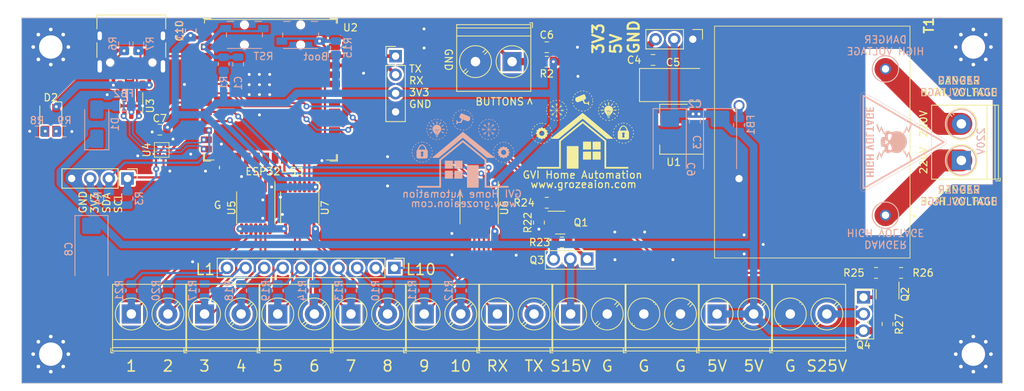
<source format=kicad_pcb>
(kicad_pcb (version 20221018) (generator pcbnew)
  (layers (0 "F.Cu" signal) (31 "B.Cu" signal) (34 "B.Paste" user) (35 "F.Paste" user) (36 "B.SilkS" user "B.Silkscreen") (37 "F.SilkS" user "F.Silkscreen") (38 "B.Mask" user) (39 "F.Mask" user) (44 "Edge.Cuts" user))
  (net 0 "")
  (net 1 "GND")
  (net 2 "+3.3V")
  (net 3 "+5V")
  (net 4 "Net-(T1-DC_OUTPUT_+V)")
  (net 5 "SCL")
  (net 6 "SDA")
  (net 7 "INT")
  (net 9 "USB_D-")
  (net 10 "USB_D+")
  (net 11 "TX1")
  (net 12 "RX1")
  (net 13 "Net-(D1-A)")
  (net 14 "+5VD")
  (net 16 "BOOT")
  (net 22 "O1")
  (net 23 "O2")
  (net 24 "O3")
  (net 25 "O4")
  (net 26 "O5")
  (net 27 "O6")
  (net 28 "O7")
  (net 29 "O8")
  (net 30 "O9")
  (net 31 "O10")
  (net 32 "V1")
  (net 33 "V2")
  (net 34 "PWR_SEN1")
  (net 35 "BUTTONS")
  (net 36 "TX05")
  (net 37 "RX05")
  (net 40 "Net-(Q1-G)")
  (net 43 "V3")
  (net 44 "V4")
  (net 45 "V5")
  (net 46 "V6")
  (net 47 "V7")
  (net 48 "V8")
  (net 49 "V9")
  (net 50 "V10")
  (net 52 "LED")
  (net 56 "Net-(D2-K1)")
  (net 57 "Net-(D2-K2)")
  (net 58 "Net-(Q1-D)")
  (net 59 "Net-(Q2-G)")
  (net 60 "Net-(Q2-D)")
  (net 62 "Net-(J3-Pin_1)")
  (net 63 "Net-(J3-Pin_2)")
  (net 64 "Net-(USB1-CC2)")
  (net 65 "Net-(USB1-CC1)")
  (net 66 "Net-(U3-I{slash}O1-Pad1)")
  (net 67 "Net-(U3-I{slash}O2-Pad3)")
  (net 70 "CTRL_SEN1")
  (net 71 "CTRL_SEN2")
  (net 72 "RX0")
  (net 73 "TX0")
  (net 74 "PWR_SEN2")
  (net 75 "Net-(J12-Pin_3)")
  (net 76 "Net-(J12-Pin_2)")
  (net 77 "Net-(J12-Pin_1)")
  (net 78 "Net-(J12-Pin_4)")
  (net 79 "Net-(J12-Pin_5)")
  (net 80 "Net-(J12-Pin_8)")
  (net 81 "Net-(J12-Pin_7)")
  (net 82 "Net-(J12-Pin_6)")
  (net 83 "Net-(J12-Pin_9)")
  (net 84 "Net-(J12-Pin_10)")
  (net 85 "RST")
  (footprint "Connector_PinHeader_2.54mm:PinHeader_1x04_P2.54mm_Vertical" (layer "F.Cu") (at 91.09 85.25)
    (fp_text reference "J2" hide)
    (fp_text value "Conn_01x04")
  )
  (footprint "Resistor_SMD:R_0805_2012Metric" (layer "F.Cu") (at 111.74 86.01 180)
    (fp_text reference "R2")
    (fp_text value "10k")
  )
  (footprint "Resistor_SMD:R_0805_2012Metric" (layer "F.Cu") (at 156.72 114.89)
    (fp_text reference "R25")
    (fp_text value "100")
  )
  (footprint "LED_SMD:LED_Avago_PLCC4_3.2x2.8mm_CW" (layer "F.Cu") (at 44 94.017522 -90)
    (fp_text reference "D2")
    (fp_text value "LED_Dual_AKKA")
  )
  (footprint "ADR130:BMP581" (layer "F.Cu") (at 59.15 98.07 90)
    (fp_text reference "U4")
    (fp_text value "BMP581")
  )
  (footprint "TerminalBlock_Phoenix:TerminalBlock_Phoenix_PT-1,5-2-5.0-H_1x02_P5.00mm_Horizontal" (layer "F.Cu") (at 125 120.51)
    (fp_text reference "J7" hide)
    (fp_text value "Screw_Terminal_01x02")
  )
  (footprint "TerminalBlock_Phoenix:TerminalBlock_Phoenix_PT-1,5-2-5.0-H_1x02_P5.00mm_Horizontal" (layer "F.Cu") (at 107 86 180)
    (fp_text reference "J5" hide)
    (fp_text value "Screw_Terminal_01x02")
  )
  (footprint "Package_SO:TSSOP-14_4.4x5mm_P0.65mm" (layer "F.Cu") (at 102.5 106 -90)
    (fp_text reference "U6")
    (fp_text value "TXS0104E")
  )
  (footprint "Package_SO:TSSOP-14_4.4x5mm_P0.65mm" (layer "F.Cu") (at 78 106 -90)
    (fp_text reference "U7")
    (fp_text value "TXS0104E")
  )
  (footprint "TerminalBlock_Phoenix:TerminalBlock_Phoenix_PT-1,5-2-5.0-H_1x02_P5.00mm_Horizontal" (layer "F.Cu") (at 168.36 99.51 90)
    (fp_text reference "J3" hide)
    (fp_text value "Screw_Terminal_01x02")
  )
  (footprint "TerminalBlock_Phoenix:TerminalBlock_Phoenix_PT-1,5-2-5.0-H_1x02_P5.00mm_Horizontal" (layer "F.Cu") (at 55 120.51)
    (fp_text reference "J9" hide)
    (fp_text value "Screw_Terminal_01x02")
  )
  (footprint "Capacitor_SMD:C_0805_2012Metric" (layer "F.Cu") (at 58.9 95.3 180)
    (fp_text reference "C7")
    (fp_text value "100n")
  )
  (footprint "TerminalBlock_Phoenix:TerminalBlock_Phoenix_PT-1,5-2-5.0-H_1x02_P5.00mm_Horizontal" (layer "F.Cu") (at 135 120.51)
    (fp_text reference "J10" hide)
    (fp_text value "Screw_Terminal_01x02")
  )
  (footprint "MountingHole:MountingHole_3.2mm_M3_Pad_Via" (layer "F.Cu") (at 170 126)
    (fp_text reference "H3" hide)
    (fp_text value "MountingHole_Pad")
  )
  (footprint "MountingHole:MountingHole_3.2mm_M3_Pad_Via" (layer "F.Cu") (at 44 84)
    (fp_text reference "H5" hide)
    (fp_text value "MountingHole_Pad")
  )
  (footprint "PCM_Espressif:ESP32-S3-WROOM-1U" (layer "F.Cu") (at 74 89.7)
    (fp_text reference "U2")
    (fp_text value "ESP32-S3-WROOM-1")
  )
  (footprint "TerminalBlock_Phoenix:TerminalBlock_Phoenix_PT-1,5-2-5.0-H_1x02_P5.00mm_Horizontal" (layer "F.Cu") (at 105 120.51)
    (fp_text reference "J20" hide)
    (fp_text value "Screw_Terminal_01x02")
  )
  (footprint "TerminalBlock_Phoenix:TerminalBlock_Phoenix_PT-1,5-2-5.0-H_1x02_P5.00mm_Horizontal" (layer "F.Cu") (at 145 120.51)
    (fp_text reference "J1" hide)
    (fp_text value "Screw_Terminal_01x02")
  )
  (footprint "Package_TO_SOT_SMD:SOT-23-6" (layer "F.Cu") (at 55 92.04 -90)
    (fp_text reference "U3")
    (fp_text value "USBLC6-2SC6")
  )
  (footprint "Connector_PinHeader_2.54mm:PinHeader_1x03_P2.54mm_Vertical" (layer "F.Cu") (at 131.68 82.94 -90)
    (fp_text reference "J6" hide)
    (fp_text value "Conn_01x03")
  )
  (footprint "Package_TO_SOT_SMD:SOT-23" (layer "F.Cu") (at 158.28 117.81 -90)
    (fp_text reference "Q2")
    (fp_text value "BSS138")
  )
  (footprint "ADR130:MYRRA-47121" (layer "F.Cu") (at 148 97 90)
    (fp_text reference "T1")
    (fp_text value "47152" hide)
  )
  (footprint "ADR130:USB_C_Receptacle_HRO_TYPE-C-31-M-12" (layer "F.Cu") (at 55 83.52 180)
    (fp_text reference "USB1" hide)
    (fp_text value "USB C")
  )
  (footprint "TerminalBlock_Phoenix:TerminalBlock_Phoenix_PT-1,5-2-5.0-H_1x02_P5.00mm_Horizontal" (layer "F.Cu") (at 115 120.51)
    (fp_text reference "J19" hide)
    (fp_text value "Screw_Terminal_01x02")
  )
  (footprint "Connector_PinHeader_2.54mm:PinHeader_1x04_P2.54mm_Vertical" (layer "F.Cu") (at 54.475 101.975 -90)
    (fp_text reference "J4" hide)
    (fp_text value "Conn_01x04")
  )
  (footprint "MountingHole:MountingHole_3.2mm_M3_Pad_Via" (layer "F.Cu") (at 44 126)
    (fp_text reference "H2" hide)
    (fp_text value "MountingHole_Pad")
  )
  (footprint "Resistor_SMD:R_0805_2012Metric" (layer "F.Cu") (at 160.13 114.89 180)
    (fp_text reference "R26")
    (fp_text value "10k")
  )
  (footprint "Resistor_SMD:R_0805_2012Metric" (layer "F.Cu") (at 158.28 121.89 90)
    (fp_text reference "R27")
    (fp_text value "10k")
  )
  (footprint "TerminalBlock_Phoenix:TerminalBlock_Phoenix_PT-1,5-2-5.0-H_1x02_P5.00mm_Horizontal" (layer "F.Cu") (at 95 120.51)
    (fp_text reference "J17" hide)
    (fp_text value "Screw_Terminal_01x02")
  )
  (footprint "Package_TO_SOT_SMD:SOT-223-3_TabPin2" (layer "F.Cu") (at 129.08 95.24 180)
    (fp_text reference "U1")
    (fp_text value "LD1117S12TR_SOT223")
  )
  (footprint "Package_TO_SOT_SMD:SOT-23" (layer "F.Cu") (at 113.5825 108.01)
    (fp_text reference "Q1")
    (fp_text value "BSS138")
  )
  (footprint "Resistor_SMD:R_0805_2012Metric" (layer "F.Cu") (at 111.74 105.3)
    (fp_text reference "R24")
    (fp_text value "100")
  )
  (footprint "Resistor_SMD:R_0805_2012Metric" (layer "F.Cu") (at 113.82 110.72)
    (fp_text reference "R23")
    (fp_text value "10k")
  )
  (footprint "Graphics:SnartHome14" (layer "F.Cu") (at 116.64 95.28)
    (fp_text reference "G***" hide)
    (fp_text value "LOGO" hide)
  )
  (footprint "TerminalBlock_Phoenix:TerminalBlock_Phoenix_PT-1,5-2-5.0-H_1x02_P5.00mm_Horizontal" (layer "F.Cu") (at 85 120.51)
    (fp_text reference "J15" hide)
    (fp_text value "Screw_Terminal_01x02")
  )
  (footprint "TerminalBlock_Phoenix:TerminalBlock_Phoenix_PT-1,5-2-5.0-H_1x02_P5.00mm_Horizontal" (layer "F.Cu") (at 65 120.51)
    (fp_text reference "J11" hide)
    (fp_text value "Screw_Terminal_01x02")
  )
  (footprint "TerminalBlock_Phoenix:TerminalBlock_Phoenix_PT-1,5-2-5.0-H_1x02_P5.00mm_Horizontal" (layer "F.Cu") (at 75 120.51)
    (fp_text reference "J13" hide)
    (fp_text value "Screw_Terminal_01x02")
  )
  (footprint "Package_TO_SOT_THT:TO-251-3_Vertical" (layer "F.Cu") (at 155 118.22 -90)
    (fp_text reference "Q4")
    (fp_text value "IRFU9024NPBF")
  )
  (footprint "Capacitor_Tantalum_SMD:CP_EIA-7343-43_Kemet-X_Pad2.25x2.55mm_HandSolder" (layer "F.Cu") (at 128.99 89.2)
    (fp_text reference "C5")
    (fp_text value "22u")
  )
  (footprint "Capacitor_SMD:C_0805_2012Metric" (layer "F.Cu") (at 63.12 81.78 90)
    (fp_text reference "C10")
    (fp_text value "100n")
  )
  (footprint "Capacitor_SMD:C_0805_2012Metric" (layer "F.Cu") (at 126.26 85.77)
    (fp_text reference "C4")
    (fp_text value "100n")
  )
  (footprint "Capacitor_SMD:C_0805_2012Metric" (layer "F.Cu") (at 111.74 84.03)
    (fp_text reference "C6")
    (fp_text value "C")
  )
  (footprint "MountingHole:MountingHole_3.2mm_M3_Pad_Via" (layer "F.Cu") (at 170 84)
    (fp_text reference "H4" hide)
    (fp_text value "MountingHole_Pad")
  )
  (footprint "Package_SO:TSSOP-14_4.4x5mm_P0.65mm" (layer "F.Cu") (at 72 106 -90)
    (fp_text reference "U5")
    (fp_text value "TXS0104E")
  )
  (footprint "Package_TO_SOT_THT:TO-251-3_Vertical" (layer "F.Cu") (at 117.25 113 180)
    (fp_text reference "Q3")
    (fp_text value "IRFU9024NPBF")
  )
  (footprint "Resistor_SMD:R_0805_2012Metric" (layer "F.Cu") (at 110.67 108.01 90)
    (fp_text reference "R22")
    (fp_text value "10k")
  )
  (footprint "Connector_PinHeader_2.54mm:PinHeader_1x10_P2.54mm_Vertical" (layer "F.Cu") (at 90.925 114.21 -90)
    (fp_text reference "J12" hide)
    (fp_text value "Conn_01x10")
  )
  (footprint "Resistor_SMD:R_0805_2012Metric" (layer "B.Cu") (at 70 117.3075 -90)
    (fp_text reference "R18")
    (fp_text value "220")
  )
  (footprint "Capacitor_Tantalum_SMD:CP_EIA-7343-43_Kemet-X_Pad2.25x2.55mm_HandSolder" (layer "B.Cu") (at 49.56 111.63 -90)
    (fp_text reference "C8")
    (fp_text value "22u")
  )
  (footprint "Resistor_SMD:R_0805_2012Metric" (layer "B.Cu") (at 55 117.3075 -90)
    (fp_text reference "R21")
    (fp_text value "220")
  )
  (footprint "Capacitor_SMD:C_0805_2012Metric" (layer "B.Cu") (at 63.12 81.78 90)
    (fp_text reference "C11")
    (fp_text value "10u")
  )
  (footprint "Resistor_SMD:R_0805_2012Metric" (layer "B.Cu") (at 54.48 104.7 -90)
    (fp_text reference "R3")
    (fp_text value "2.2k")
  )
  (footprint "Resistor_SMD:R_0805_2012Metric" (layer "B.Cu") (at 65 117.3 -90)
    (fp_text reference "R17")
    (fp_text value "220")
  )
  (footprint "Capacitor_Tantalum_SMD:CP_EIA-7343-43_Kemet-X_Pad2.25x2.55mm_HandSolder" (layer "B.Cu") (at 135.41 97.01 -90)
    (fp_text reference "C3")
    (fp_text value "22u")
  )
  (footprint "Resistor_SMD:R_0805_2012Metric" (layer "B.Cu") (at 60 117.2975 -90)
    (fp_text reference "R20")
    (fp_text value "220")
  )
  (footprint "Resistor_SMD:R_0805_2012Metric" (layer "B.Cu") (at 67.61 86.31 -90)
    (fp_text reference "R1")
    (fp_text value "10k")
  )
  (footprint "Capacitor_SMD:C_0805_2012Metric" (layer "B.Cu") (at 69.59 86.34 -90)
    (fp_text reference "C1")
    (fp_text value "100n")
  )
  (footprint "Graphics:SnartHome14" (layer "B.Cu") (at 100.280646 97.881767 180)
    (fp_text reference "G***" hide)
    (fp_text value "LOGO" hide)
  )
  (footprint "Resistor_SMD:R_0805_2012Metric" (layer "B.Cu") (at 82.93 84.1 90)
    (fp_text reference "R15")
    (fp_text value "10k")
  )
  (footprint "Capacitor_SMD:C_0805_2012Metric" (layer "B.Cu") (at 131.97 94.13 -90)
    (fp_text reference "C2")
    (fp_text value "100n")
  )
  (footprint "Resistor_SMD:R_0805_2012Metric" (layer "B.Cu") (at 95 117.31 -90)
    (fp_text reference "R11")
    (fp_text value "220")
  )
  (footprint "Capacitor_SMD:C_0805_2012Metric_Pad1.18x1.45mm_HandSolder" (layer "B.Cu") (at 53.96 92.03 180)
    (fp_text reference "FB2")
    (fp_text value "FerriteBead")
  )
  (footprint "ADR130:HighVoltage15mm" (layer "B.Cu") (at 159.92 97 90)
    (fp_text reference "G***" hide)
    (fp_text value "LOGO" hide)
  )
  (footprint "Resistor_SMD:R_0805_2012Metric" (layer "B.Cu") (at 85 117.31 -90)
    (fp_text reference "R13")
    (fp_text value "220")
  )
  (footprint "Resistor_SMD:R_0805_2012Metric" (layer "B.Cu") (at 51.94 104.7 -90)
    (fp_text reference "R4")
    (fp_text value "2.2k")
  )
  (footprint "Resistor_SMD:R_0805_2012Metric" (layer "B.Cu") (at 80 117.3075 -90)
    (fp_text reference "R14")
    (fp_text value "220")
  )
  (footprint "Button_Switch_SMD:Panasonic_EVQPUM_EVQPUD" (layer "B.Cu") (at 78.13 82.345 180)
    (fp_text reference "SW2" hide)
    (fp_text value "Boot")
  )
  (footprint "Resistor_SMD:R_0805_2012Metric" (layer "B.Cu") (at 90 117.31 -90)
    (fp_text reference "R10")
    (fp_text value "220")
  )
  (footprint "Resistor_SMD:R_0805_2012Metric_Pad1.20x1.40mm_HandSolder" (layer "B.Cu") (at 42.12 95.557522)
    (fp_text reference "R8")
    (fp_text value "100")
  )
  (footprint "Resistor_SMD:R_0805_2012Metric" (layer "B.Cu") (at 138 94.67 90)
    (fp_text reference "FB1")
    (fp_text value "FerriteBead")
  )
  (footprint "Resistor_SMD:R_0805_2012Metric_Pad1.20x1.40mm_HandSolder" (layer "B.Cu") (at 55.96 83.52 -90)
    (fp_text reference "R7")
    (fp_text value "5.1k")
  )
  (footprint "Resistor_SMD:R_0805_2012Metric" (layer "B.Cu") (at 75 117.31 -90)
    (fp_text reference "R19")
    (fp_text value "220")
  )
  (footprint "Capacitor_Tantalum_SMD:CP_EIA-7343-43_Kemet-X_Pad2.25x2.55mm_HandSolder" (layer "B.Cu") (at 128.53 97.01 -90)
    (fp_text reference "C9")
    (fp_text value "22u")
  )
  (footprint "Resistor_SMD:R_0805_2012Metric" (layer "B.Cu") (at 100 117.31 -90)
    (fp_text reference "R12")
    (fp_text value "220")
  )
  (footprint "Resistor_SMD:R_0805_2012Metric_Pad1.20x1.40mm_HandSolder" (layer "B.Cu") (at 54.01 83.52 -90)
    (fp_text reference "R6")
    (fp_text value "5.1k")
  )
  (footprint "Diode_SMD:D_SMA" (layer "B.Cu") (at 50.28 94.55 90)
    (fp_text reference "D1")
    (fp_text value "MBRA340")
  )
  (footprint "Resistor_SMD:R_0805_2012Metric_Pad1.20x1.40mm_HandSolder" (layer "B.Cu") (at 45.87 95.557522 180)
    (fp_text reference "R9")
    (fp_text value "220")
  )
  (footprint "Button_Switch_SMD:Panasonic_EVQPUM_EVQPUD" (layer "B.Cu") (at 70.45 82.34 180)
    (fp_text reference "SW1" hide)
    (fp_text value "RST")
  )
  (gr_circle (center 158 87) (end 159.8 87) (stroke (width 0.15)) (fill none) (layer "B.SilkS"))
  (gr_circle (center 168.36 99.51) (end 170.36 99.51) (stroke (width 0.15)) (fill none) (layer "B.SilkS"))
  (gr_circle (center 168.36 94.51) (end 170.36 94.51) (stroke (width 0.15)) (fill none) (layer "B.SilkS"))
  (gr_circle (center 158 107) (end 159.8 107) (stroke (width 0.15)) (fill none) (layer "B.SilkS"))
  (gr_line (start 67.04 100.32) (end 67.04 100.65) (stroke (width 0.15)) (layer "F.SilkS"))
  (gr_line (start 83.88 84.01) (end 84.2 84.01) (stroke (width 0.15)) (layer "F.SilkS"))
  (gr_rect (start 40 80) (end 174 130) (stroke (width 0.1)) (fill none) (layer "Edge.Cuts"))
  (gr_text "www.grozeaion.com" (at 107.74 105.97) (layer "B.SilkS") (effects (font (size 1 1)) (justify left bottom mirror)))
  (gr_text "DANGER\nHIGH VOLTAGE" (at 158 85.2) (layer "B.SilkS") (effects (font (size 1 1)) (justify bottom mirror)))
  (gr_text "DANGER\nHIGH VOLTAGE" (at 158 108.8 180) (layer "B.SilkS") (effects (font (size 1 1)) (justify bottom mirror)))
  (gr_text "220V" (at 171.63 96.88 90) (layer "B.SilkS") (effects (font (size 1 1)) (justify bottom mirror)))
  (gr_text "Boot" (at 82 85.9) (layer "B.SilkS") (effects (font (size 1 1)) (justify left bottom mirror)))
  (gr_text "DANGER\nHIGH VOLTAGE" (at 168.06 90.79) (layer "B.SilkS") (effects (font (size 1 1)) (justify bottom mirror)))
  (gr_text "RST" (at 74.51 85.86) (layer "B.SilkS") (effects (font (size 1 1)) (justify left bottom mirror)))
  (gr_text "GVI Home Automation" (at 108.43 104.68) (layer "B.SilkS") (effects (font (size 1 1)) (justify left bottom mirror)))
  (gr_text "DANGER\nHIGH VOLTAGE" (at 168.06 105.71) (layer "B.SilkS") (effects (font (size 1 1)) (justify bottom mirror)))
  (gr_text "2" (at 60 128.5) (layer "F.SilkS") (effects (font (size 1.5 1.5) (thickness 0.2)) (justify bottom)))
  (gr_text "G" (at 145 128.5) (layer "F.SilkS") (effects (font (size 1.5 1.5) (thickness 0.2)) (justify bottom)))
  (gr_text "TX\nRX\n3V3\nGND" (at 92.84 92.4) (layer "F.SilkS") (effects (font (size 1 1)) (justify left bottom)))
  (gr_text "6" (at 80 128.5) (layer "F.SilkS") (effects (font (size 1.5 1.5) (thickness 0.2)) (justify bottom)))
  (gr_text "GND\n3V3\nSDA\nSCL" (at 53.81 106.83 90) (layer "F.SilkS") (effects (font (size 1 1)) (justify left bottom)))
  (gr_text "L10" (at 94.55 115.3) (layer "F.SilkS") (effects (font (size 1.5 1.5) (thickness 0.2)) (justify bottom)))
  (gr_text "5V" (at 140 128.5) (layer "F.SilkS") (effects (font (size 1.5 1.5) (thickness 0.2)) (justify bottom)))
  (gr_text "10" (at 100 128.5) (layer "F.SilkS") (effects (font (size 1.5 1.5) (thickness 0.2)) (justify bottom)))
  (gr_text "4" (at 70 128.54) (layer "F.SilkS") (effects (font (size 1.5 1.5) (thickness 0.2)) (justify bottom)))
  (gr_text "RX" (at 105 128.5) (layer "F.SilkS") (effects (font (size 1.5 1.5) (thickness 0.2)) (justify bottom)))
  (gr_text "G" (at 66.18 106.21) (layer "F.SilkS") (effects (font (size 1 1)) (justify left bottom)))
  (gr_text "www.grozeaion.com" (at 109.43 103.36) (layer "F.SilkS") (effects (font (size 1 1)) (justify left bottom)))
  (gr_text "GND" (at 97.73 84.11 270) (layer "F.SilkS") (effects (font (size 1 1)) (justify left bottom)))
  (gr_text "DANGER\nHIGH VOLTAGE" (at 168.02 90.8) (layer "F.SilkS") (effects (font (size 1 1)) (justify bottom)))
  (gr_text "L1" (at 65.1 115.3) (layer "F.SilkS") (effects (font (size 1.5 1.5) (thickness 0.2)) (justify bottom)))
  (gr_text "7" (at 85 128.5) (layer "F.SilkS") (effects (font (size 1.5 1.5) (thickness 0.2)) (justify bottom)))
  (gr_text "BUTTONS" (at 101.91 92.06) (layer "F.SilkS") (effects (font (size 1 1)) (justify left bottom)))
  (gr_text "G" (at 120 128.5) (layer "F.SilkS") (effects (font (size 1.5 1.5) (thickness 0.2)) (justify bottom)))
  (gr_text "3" (at 65 128.5) (layer "F.SilkS") (effects (font (size 1.5 1.5) (thickness 0.2)) (justify bottom)))
  (gr_text "220V" (at 163.78 99.51 90) (layer "F.SilkS") (effects (font (size 1 1)) (justify bottom)))
  (gr_text "S25V" (at 150 128.5) (layer "F.SilkS") (effects (font (size 1.5 1.5) (thickness 0.2)) (justify bottom)))
  (gr_text "S15V" (at 115 128.5) (layer "F.SilkS") (effects (font (size 1.5 1.5) (thickness 0.2)) (justify bottom)))
  (gr_text "8" (at 90 128.5) (layer "F.SilkS") (effects (font (size 1.5 1.5) (thickness 0.2)) (justify bottom)))
  (gr_text "DANGER\nHIGH VOLTAGE" (at 168.02 105.72) (layer "F.SilkS") (effects (font (size 1 1)) (justify bottom)))
  (gr_text "G" (at 125 128.5) (layer "F.SilkS") (effects (font (size 1.5 1.5) (thickness 0.2)) (justify bottom)))
  (gr_text "9" (at 95 128.5) (layer "F.SilkS") (effects (font (size 1.5 1.5) (thickness 0.2)) (justify bottom)))
  (gr_text "220V" (at 163.78 94.51 90) (layer "F.SilkS") (effects (font (size 1 1)) (justify bottom)))
  (gr_text "5V" (at 135 128.5) (layer "F.SilkS") (effects (font (size 1.5 1.5) (thickness 0.2)) (justify bottom)))
  (gr_text "1" (at 55 128.5) (layer "F.SilkS") (effects (font (size 1.5 1.5) (thickness 0.2)) (justify bottom)))
  (gr_text "GVI Home Automation" (at 108.35 102.07) (layer "F.SilkS") (effects (font (size 1 1)) (justify left bottom)))
  (gr_text "3V3\n5V\nGND" (at 124.49 85.12 90) (layer "F.SilkS") (effects (font (size 1.5 1.5) (thickness 0.3) bold) (justify left bottom)))
  (gr_text "ESP32-S3" (at 70.5 101.61) (layer "F.SilkS") (effects (font (size 1 1)) (justify left bottom)))
  (gr_text ">" (at 109.94 92.14 90) (layer "F.SilkS") (effects (font (size 1 1)) (justify left bottom)))
  (gr_text "5" (at 75 128.5) (layer "F.SilkS") (effects (font (size 1.5 1.5) (thickness 0.2)) (justify bottom)))
  (gr_text "G" (at 130 128.5) (layer "F.SilkS") (effects (font (size 1.5 1.5) (thickness 0.2)) (justify bottom)))
  (gr_text "TX" (at 110 128.5) (layer "F.SilkS") (effects (font (size 1.5 1.5) (thickness 0.2)) (justify bottom)))
  (segment (start 59.925 97.355) (end 60.69 96.59) (width 0.3) (layer "F.Cu") (net 1))
  (segment (start 59.925 97.57) (end 59.925 97.355) (width 0.3) (layer "F.Cu") (net 1))
  (via (at 41.12 95.52) (size 0.8) (drill 0.4) (layers "F.Cu" "B.Cu") (net 1))
  (via (at 107.56 112.47) (size 0.8) (drill 0.4) (layers "F.Cu" "B.Cu") (net 1))
  (via (at 57.85 95.62) (size 0.8) (drill 0.4) (layers "F.Cu" "B.Cu") (net 1))
  (via (at 81.03 99.54) (size 0.8) (drill 0.4) (layers "F.Cu" "B.Cu") (net 1))
  (via (at 138.7 112.3) (size 0.8) (drill 0.4) (layers "F.Cu" "B.Cu") (net 1))
  (via (at 138.69 109.69) (size 0.8) (drill 0.4) (layers "F.Cu" "B.Cu") (net 1))
  (via (at 60.69 96.59) (size 0.8) (drill 0.4) (layers "F.Cu" "B.Cu") (net 1))
  (via (at 75.37 104.53) (size 0.8) (drill 0.4) (layers "F.Cu" "B.Cu") (net 1))
  (via (at 116 88.01) (size 0.8) (drill 0.4) (layers "F.Cu" "B.Cu") (net 1))
  (via (at 128.97 113.08) (size 0.8) (drill 0.4) (layers "F.Cu" "B.Cu") (net 1))
  (via (at 72.5 89.15) (size 0.8) (drill 0.4) (layers "F.Cu" "B.Cu") (net 1))
  (via (at 62.26 89.12) (size 0.8) (drill 0.4) (layers "F.Cu" "B.Cu") (net 1))
  (via (at 56.54 92.04) (size 0.8) (drill 0.4) (layers "F.Cu" "B.Cu") (net 1))
  (via (at 75.64 106.9) (size 0.8) (drill 0.4) (layers "F.Cu" "B.Cu") (net 1))
  (via (at 71.1 89.15) (size 0.8) (drill 0.4) (layers "F.Cu" "B.Cu") (net 1))
  (via (at 98.78 109.5) (size 0.8) (drill 0.4) (layers "F.Cu" "B.Cu") (net 1))
  (via (at 70.05 101.72) (size 0.8) (drill 0.4) (layers "F.Cu" "B.Cu") (net 1))
  (via (at 63.37 113.37) (size 0.8) (drill 0.4) (layers "F.Cu" "B.Cu") (net 1))
  (via (at 141.3 111) (size 0.8) (drill 0.4) (layers "F.Cu" "B.Cu") (net 1))
  (via (at 121.05 113.09) (size 0.8) (drill 0.4) (layers "F.Cu" "B.Cu") (net 1))
  (via (at 86.72 87.58) (size 0.8) (drill 0.4) (layers "F.Cu" "B.Cu") (net 1))
  (via (at 73.9 87.75) (size 0.8) (drill 0.4) (layers "F.Cu" "B.Cu") (net 1))
  (via (at 94.98 81.52) (size 0.8) (drill 0.4) (layers "F.Cu" "B.Cu") (net 1))
  (via (at 72.5 90.51) (size 0.8) (drill 0.4) (layers "F.Cu" "B.Cu") (net 1))
  (via (at 60.26 100.97) (size 0.8) (drill 0.4) (layers "F.Cu" "B.Cu") (net 1))
  (via (at 115.93 84.03) (size 0.8) (drill 0.4) (layers "F.Cu" "B.Cu") (net 1))
  (via (at 90 103) (size 0.8) (drill 0.4) (layers "F.Cu" "B.Cu") (net 1))
  (via (at 94.99 84.14) (size 0.8) (drill 0.4) (layers "F.Cu" "B.Cu") (net 1))
  (via (at 125.11 109.3) (size 0.8) (drill 0.4) (layers "F.Cu" "B.Cu") (net 1))
  (via (at 121.03 109.3) (size 0.8) (drill 0.4) (layers "F.Cu" "B.Cu") (net 1))
  (via (at 67.3 97.275) (size 0.8) (drill 0.4) (layers "F.Cu" "B.Cu") (net 1))
  (via (at 71.1 87.75) (size 0.8) (drill 0.4) (layers "F.Cu" "B.Cu") (net 1))
  (via (at 71.1 90.51) (size 0.8) (drill 0.4) (layers "F.Cu" "B.Cu") (net 1))
  (via (at 90 99) (size 0.8) (drill 0.4) (layers "F.Cu" "B.Cu") (net 1))
  (via (at 72.96 104.91) (size 0.8) (drill 0.4) (layers "F.Cu" "B.Cu") (net 1))
  (via (at 51.7 90.52) (size 0.8) (drill 0.4) (layers "F.Cu" "B.Cu") (net 1))
  (via (at 72.95 107.42) (size 0.8) (drill 0.4) (layers "F.Cu" "B.Cu") (net 1))
  (via (at 65.13 100.97) (size 0.8) (drill 0.4) (layers "F.Cu" "B.Cu") (net 1))
  (via (at 98.79 112.42) (size 0.8) (drill 0.4) (layers "F.Cu" "B.Cu") (net 1))
  (via (at 46.88 95.56) (size 0.8) (drill 0.4) (layers "F.Cu" "B.Cu") (net 1))
  (via (at 73.88 89.15) (size 0.8) (drill 0.4) (layers "F.Cu" "B.Cu") (net 1))
  (via (at 72.5 93.28) (size 0.8) (drill 0.4) (layers "F.Cu" "B.Cu") (net 1))
  (via (at 110.66 108.91) (size 0.8) (drill 0.4) (layers "F.Cu" "B.Cu") (net 1))
  (via (at 63.11 98.65) (size 0.8) (drill 0.4) (layers "F.Cu" "B.Cu") (net 1))
  (via (at 73.9 90.51) (size 0.8) (drill 0.4) (layers "F.Cu" "B.Cu") (net 1))
  (via (at 72.49 87.75) (size 0.8) (drill 0.4) (layers "F.Cu" "B.Cu") (net 1))
  (via (at 55.88 98.88) (size 0.8) (drill 0.4) (layers "F.Cu" "B.Cu") (net 1))
  (segment (start 59.4 96.75) (end 59.85 96.3) (width 0.3) (layer "F.Cu") (net 2))
  (segment (start 100.55 107.761396) (end 104.45 103.861396) (width 0.3) (layer "F.Cu") (net 2))
  (segment (start 59.4 97.32) (end 59.4 97.8075) (width 0.3) (layer "F.Cu") (net 2))
  (segment (start 58.375 98.57) (end 58.375 98.82) (width 0.3) (layer "F.Cu") (net 2))
  (segment (start 59.4 97.8075) (end 58.9 98.3075) (width 0.3) (layer "F.Cu") (net 2))
  (segment (start 112.6525 86.01) (end 113.34 86.01) (width 1) (layer "F.Cu") (net 2))
  (segment (start 58.375 98.82) (end 58.375 100.645) (width 0.3) (layer "F.Cu") (net 2))
  (segment (start 132.23 95.24) (end 125.93 95.24) (width 1) (layer "F.Cu") (net 2))
  (segment (start 65.25 82.71) (end 63.3625 82.71) (width 0.5) (layer "F.Cu") (net 2))
  (segment (start 125.07 86.01) (end 125.31 85.77) (width 1) (layer "F.Cu") (net 2))
  (segment (start 59.4 97.32) (end 59.4 96.75) (width 0.3) (layer "F.Cu") (net 2))
  (segment (start 58.9 98.3075) (end 58.9 98.82) (width 0.3) (layer "F.Cu") (net 2))
  (segment (start 125.31 85.77) (end 125.31 84.23) (width 1) (layer "F.Cu") (net 2))
  (segment (start 100.55 108.8625) (end 100.55 107.761396) (width 0.3) (layer "F.Cu") (net 2))
  (segment (start 59.85 96.3) (end 59.85 95.3) (width 0.3) (layer "F.Cu") (net 2))
  (segment (start 63.3625 82.71) (end 63.08 82.4275) (width 0.5) (layer "F.Cu") (net 2))
  (segment (start 125.31 85.77) (end 125.31 94.62) (width 1) (layer "F.Cu") (net 2))
  (segment (start 58.9 98.82) (end 58.375 98.82) (width 0.3) (layer "F.Cu") (net 2))
  (segment (start 58.375 100.645) (end 58.4 100.67) (width 0.3) (layer "F.Cu") (net 2))
  (segment (start 104.45 103.861396) (end 104.45 103.1375) (width 0.3) (layer "F.Cu") (net 2))
  (segment (start 125.31 84.23) (end 126.6 82.94) (width 1) (layer "F.Cu") (net 2))
  (segment (start 125.31 94.62) (end 125.93 95.24) (width 1) (layer "F.Cu") (net 2))
  (segment (start 113.34 86.01) (end 125.07 86.01) (width 1) (layer "F.Cu") (net 2))
  (via (at 75.85 108.86) (size 0.8) (drill 0.4) (layers "F.Cu" "B.Cu") (net 2))
  (via (at 74.16 103.14) (size 0.8) (drill 0.4) (layers "F.Cu" "B.Cu") (net 2))
  (via (at 80.15 103.14) (size 0.8) (drill 0.4) (layers "F.Cu" "B.Cu") (net 2))
  (via (at 112.65 86.01) (size 0.8) (drill 0.4) (layers "F.Cu" "B.Cu") (net 2))
  (via (at 58.4 100.67) (size 0.8) (drill 0.4) (layers "F.Cu" "B.Cu") (net 2))
  (via (at 104.65 102.66) (size 0.8) (drill 0.4) (layers "F.Cu" "B.Cu") (net 2))
  (via (at 59.95 94.98) (size 0.8) (drill 0.4) (layers "F.Cu" "B.Cu") (net 2))
  (via (at 63.08 82.43) (size 0.8) (drill 0.4) (layers "F.Cu" "B.Cu") (net 2))
  (via (at 69.85 108.86) (size 0.8) (drill 0.4) (layers "F.Cu" "B.Cu") (net 2))
  (segment (start 49.395 103.298503) (end 49.395 101.975) (width 1) (layer "B.Cu") (net 2))
  (segment (start 58.4 101.6925) (end 54.48 105.6125) (width 0.3) (layer "B.Cu") (net 2))
  (segment (start 82.93 85.0125) (end 82.93 90.33) (width 1) (layer "B.Cu") (net 2))
  (segment (start 51.708997 105.6125) (end 49.395 103.298503) (width 1) (layer "B.Cu") (net 2))
  (segment (start 91.09 90.33) (end 82.93 90.33) (width 1) (layer "B.Cu") (net 2))
  (segment (start 60.98 93.26) (end 60.98 93.95) (width 1) (layer "B.Cu") (net 2))
  (segment (start 67.59 91.65) (end 66.625635 91.65) (width 1) (layer "B.Cu") (net 2))
  (segment (start 60.98 90.26) (end 60.98 93.26) (width 1) (layer "B.Cu") (net 2))
  (segment (start 77.6125 90.33) (end 76.2925 91.65) (width 1) (layer "B.Cu") (net 2))
  (segment (start 112.65 94.66) (end 104.65 102.66) (width 1) (layer "B.Cu") (net 2))
  (segment (start 74.16 103.14) (end 74.16 108.86) (width 1) (layer "B.Cu") (net 2))
  (segment (start 60.98 93.95) (end 59.95 94.98) (width 1) (layer "B.Cu") (net 2))
  (segment (start 82.93 90.33) (end 77.6125 90.33) (width 1) (layer "B.Cu") (net 2))
  (segment (start 74.16 102.404365) (end 65.015635 93.26) (width 1) (layer "B.Cu") (net 2))
  (segment (start 67.61 91.63) (end 67.59 91.65) (width 1) (layer "B.Cu") (net 2))
  (segment (start 60.98 84.53) (end 60.98 90.26) (width 1) (layer "B.Cu") (net 2))
  (segment (start 51.94 105.6125) (end 51.708997 105.6125) (width 1) (layer "B.Cu") (net 2))
  (segment (start 91.09 90.33) (end 112.65 90.33) (width 1) (layer "B.Cu") (net 2))
  (segment (start 67.61 87.2225) (end 67.61 91.63) (width 1) (layer "B.Cu") (net 2))
  (segment (start 76.2925 91.65) (end 67.59 91.65) (width 1) (layer "B.Cu") (net 2))
  (segment (start 63.08 82.43) (end 60.98 84.53) (width 1) (layer "B.Cu") (net 2))
  (segment (start 58.4 100.67) (end 58.4 101.6925) (width 0.3) (layer "B.Cu") (net 2))
  (segment (start 112.65 90.33) (end 112.65 94.66) (width 1) (layer "B.Cu") (net 2))
  (segment (start 74.16 103.14) (end 74.16 102.404365) (width 1) (layer "B.Cu") (net 2))
  (segment (start 74.16 108.86) (end 75.85 108.86) (width 1) (layer "B.Cu") (net 2))
  (segment (start 112.65 86.01) (end 112.65 90.33) (width 1) (layer "B.Cu") (net 2))
  (segment (start 65.015635 93.26) (end 60.98 93.26) (width 1) (layer "B.Cu") (net 2))
  (segment (start 69.85 108.86) (end 74.16 108.86) (width 1) (layer "B.Cu") (net 2))
  (segment (start 66.625635 91.65) (end 65.015635 93.26) (width 1) (layer "B.Cu") (net 2))
  (segment (start 54.48 105.6125) (end 51.94 105.6125) (width 1) (layer "B.Cu") (net 2))
  (segment (start 74.16 103.14) (end 80.15 103.14) (width 1) (layer "B.Cu") (net 2))
  (segment (start 158.2775 122.8) (end 158.28 122.8025) (width 1) (layer "F.Cu") (net 3))
  (segment (start 112.67 113) (end 112.67 110.9575) (width 1) (layer "F.Cu") (net 3))
  (segment (start 79.95 108.138604) (end 79.95 108.8625) (width 0.3) (layer "F.Cu") (net 3))
  (segment (start 155 122.8) (end 158.2775 122.8) (width 1) (layer "F.Cu") (net 3))
  (segment (start 79.586396 107.775) (end 79.95 108.138604) (width 0.3) (layer "F.Cu") (net 3))
  (segment (start 73.95 108.8625) (end 75.0375 107.775) (width 0.3) (layer "F.Cu") (net 3))
  (segment (start 112.67 110.9575) (end 112.9075 110.72) (width 1) (layer "F.Cu") (net 3))
  (segment (start 75.0375 107.775) (end 79.586396 107.775) (width 0.3) (layer "F.Cu") (net 3))
  (via (at 80.15 108.86) (size 0.8) (drill 0.4) (layers "F.Cu" "B.Cu") (net 3))
  (via (at 104.65 109.2) (size 0.8) (drill 0.4) (layers "F.Cu" "B.Cu") (net 3))
  (via (at 131.72 93.16) (size 0.8) (drill 0.4) (layers "F.Cu" "B.Cu") (net 3))
  (via (at 132.52 93.16) (size 0.8) (drill 0.4) (layers "F.Cu" "B.Cu") (net 3))
  (segment (start 129.14 82.94) (end 129.14 93.2) (width 1) (layer "B.Cu") (net 3))
  (segment (start 129.14 93.2) (end 128.53 93.81) (width 1) (layer "B.Cu") (net 3))
  (segment (start 112.67 111.01) (end 139.89 111.01) (width 1) (layer "B.Cu") (net 3))
  (segment (start 140 120.51) (end 135 120.51) (width 1) (layer "B.Cu") (net 3))
  (segment (start 132.51 93.18) (end 134.78 93.18) (width 1) (layer "B.Cu") (net 3))
  (segment (start 49.77 96.55) (end 50.28 96.55) (width 1) (layer "B.Cu") (net 3))
  (segment (start 142.29 122.8) (end 140 120.51) (width 1) (layer "B.Cu") (net 3))
  (segment (start 137.1825 95.5825) (end 135.41 93.81) (width 1) (layer "B.Cu") (net 3))
  (segment (start 155 122.8) (end 142.29 122.8) (width 1) (layer "B.Cu") (net 3))
  (segment (start 129.18 93.16) (end 128.53 93.81) (width 1) (layer "B.Cu") (net 3))
  (segment (start 140 111.12) (end 140 97.5825) (width 1) (layer "B.Cu") (net 3))
  (segment (start 112.67 113) (end 112.67 111.01) (width 1) (layer "B.Cu") (net 3))
  (segment (start 138 95.5825) (end 137.1825 95.5825) (width 1) (layer "B.Cu") (net 3))
  (segment (start 45.305 102.617032) (end 45.305 101.015) (width 1) (layer "B.Cu") (net 3))
  (segment (start 80.15 108.86) (end 80.15 111.01) (width 1) (layer "B.Cu") (net 3))
  (segment (start 140 120.51) (end 140 111.12) (width 1) (layer "B.Cu") (net 3))
  (segment (start 80.15 111.01) (end 53.697968 111.01) (width 1) (layer "B.Cu") (net 3))
  (segment (start 80.15 111.01) (end 104.65 111.01) (width 1) (layer "B.Cu") (net 3))
  (segment (start 140 97.5825) (end 138 95.5825) (width 1) (layer "B.Cu") (net 3))
  (segment (start 131.99 93.18) (end 132.47 93.18) (width 1) (layer "B.Cu") (net 3))
  (segment (start 135.1975 93.5975) (end 135.41 93.81) (width 1) (layer "B.Cu") (net 3))
  (segment (start 131.72 93.16) (end 129.18 93.16) (width 1) (layer "B.Cu") (net 3))
  (segment (start 104.65 109.2) (end 104.65 111.01) (width 1) (layer "B.Cu") (net 3))
  (segment (start 45.305 101.015) (end 49.77 96.55) (width 1) (layer "B.Cu") (net 3))
  (segment (start 134.78 93.18) (end 135.41 93.81) (width 1) (layer "B.Cu") (net 3))
  (segment (start 139.89 111.01) (end 140 111.12) (width 1) (layer "B.Cu") (net 3))
  (segment (start 53.697968 111.01) (end 45.305 102.617032) (width 1) (layer "B.Cu") (net 3))
  (segment (start 131.97 93.18) (end 131.95 93.18) (width 1) (layer "B.Cu") (net 3))
  (segment (start 104.65 111.01) (end 112.67 111.01) (width 1) (layer "B.Cu") (net 3))
  (segment (start 138 93.7575) (end 138 92) (width 1) (layer "B.Cu") (net 4))
  (segment (start 54.5 102) (end 54.475 101.975) (width 0.3) (layer "F.Cu") (net 5))
  (segment (start 59.4 98.82) (end 59.4 101.77) (width 0.3) (layer "F.Cu") (net 5))
  (segment (start 67.975 101.83) (end 59.34 101.83) (width 0.3) (layer "F.Cu") (net 5))
  (segment (start 69.555 100.25) (end 69.555 99.2) (width 0.3) (layer "F.Cu") (net 5))
  (segment (start 59.4 101.77) (end 59.34 101.83) (width 0.3) (layer "F.Cu") (net 5))
  (segment (start 67.975 101.83) (end 69.555 100.25) (width 0.3) (layer "F.Cu") (net 5))
  (segment (start 59.34 101.83) (end 54.62 101.83) (width 0.3) (layer "F.Cu") (net 5))
  (segment (start 54.62 101.83) (end 54.475 101.975) (width 0.3) (layer "F.Cu") (net 5))
  (segment (start 54.48 103.7875) (end 54.48 101.98) (width 1) (layer "B.Cu") (net 5))
  (segment (start 54.48 101.98) (end 54.475 101.975) (width 1) (layer "B.Cu") (net 5))
  (segment (start 65.6 95.4) (end 63.1075 95.4) (width 0.3) (layer "F.Cu") (net 6))
  (segment (start 60.4375 98.07) (end 59.925 98.07) (width 0.3) (layer "F.Cu") (net 6))
  (segment (start 63.1075 95.4) (end 60.4375 98.07) (width 0.3) (layer "F.Cu") (net 6))
  (via (at 65.6 95.4) (size 0.8) (drill 0.4) (layers "F.Cu" "B.Cu") (net 6))
  (segment (start 51.935 101.975) (end 54.085 99.825) (width 0.3) (layer "B.Cu") (net 6))
  (segment (start 51.94 101.98) (end 51.935 101.975) (width 1) (layer "B.Cu") (net 6))
  (segment (start 65.651776 95.451776) (end 65.6 95.4) (width 0.3) (layer "B.Cu") (net 6))
  (segment (start 64.085661 99.825) (end 65.651776 98.258885) (width 0.3) (layer "B.Cu") (net 6))
  (segment (start 65.651776 98.258885) (end 65.651776 95.451776) (width 0.3) (layer "B.Cu") (net 6))
  (segment (start 54.085 99.825) (end 64.085661 99.825) (width 0.3) (layer "B.Cu") (net 6))
  (segment (start 51.94 103.7875) (end 51.94 101.98) (width 1) (layer "B.Cu") (net 6))
  (segment (start 58.9 93.98) (end 61.28 91.6) (width 0.3) (layer "F.Cu") (net 7))
  (segment (start 61.28 91.6) (end 65.25 91.6) (width 0.3) (layer "F.Cu") (net 7))
  (segment (start 58.9 97.32) (end 58.9 93.98) (width 0.3) (layer "F.Cu") (net 7))
  (via (at 64.9 96.68) (size 0.8) (drill 0.4) (layers "F.Cu" "B.Cu") (net 9))
  (via (at 56.05 93.44) (size 0.8) (drill 0.4) (layers "F.Cu" "B.Cu") (net 9))
  (segment (start 55.208675 95.850475) (end 55.208675 94.281325) (width 0.2) (layer "B.Cu") (net 9))
  (segment (start 57.2732 97.915) (end 55.208675 95.850475) (width 0.2) (layer "B.Cu") (net 9))
  (segment (start 61.5868 97.915) (end 57.2732 97.915) (width 0.2) (layer "B.Cu") (net 9))
  (segment (start 55.208675 94.281325) (end 56.05 93.44) (width 0.2) (layer "B.Cu") (net 9))
  (segment (start 62.411801 97.089999) (end 64.490001 97.089999) (width 0.2) (layer "B.Cu") (net 9))
  (segment (start 62.411801 97.089999) (end 61.5868 97.915) (width 0.2) (layer "B.Cu") (net 9))
  (segment (start 64.490001 97.089999) (end 64.9 96.68) (width 0.2) (layer "B.Cu") (net 9))
  (via (at 53.95 93.44) (size 0.8) (drill 0.4) (layers "F.Cu" "B.Cu") (net 10))
  (via (at 64.9 97.95) (size 0.8) (drill 0.4) (layers "F.Cu" "B.Cu") (net 10))
  (segment (start 54.758675 96.036875) (end 54.758675 94.248675) (width 0.2) (layer "B.Cu") (net 10))
  (segment (start 64.490001 97.540001) (end 64.9 97.95) (width 0.2) (layer "B.Cu") (net 10))
  (segment (start 57.0868 98.365) (end 54.758675 96.036875) (width 0.2) (layer "B.Cu") (net 10))
  (segment (start 62.598199 97.540001) (end 64.490001 97.540001) (width 0.2) (layer "B.Cu") (net 10))
  (segment (start 62.598199 97.540001) (end 61.7732 98.365) (width 0.2) (layer "B.Cu") (net 10))
  (segment (start 54.758675 94.248675) (end 53.95 93.44) (width 0.2) (layer "B.Cu") (net 10))
  (segment (start 61.7732 98.365) (end 57.0868 98.365) (width 0.2) (layer "B.Cu") (net 10))
  (segment (start 68.97 92.87) (end 69.6 93.5) (width 0.3) (layer "F.Cu") (net 11))
  (segment (start 103.8 103.1375) (end 103.8 100.48) (width 0.3) (layer "F.Cu") (net 11))
  (segment (start 65.25 92.87) (end 68.97 92.87) (width 0.3) (layer "F.Cu") (net 11))
  (via (at 103.8 100.48) (size 0.8) (drill 0.4) (layers "F.Cu" "B.Cu") (net 11))
  (via (at 69.6 93.5) (size 0.8) (drill 0.4) (layers "F.Cu" "B.Cu") (net 11))
  (segment (start 69.6 93.5) (end 76.58 100.48) (width 0.3) (layer "B.Cu") (net 11))
  (segment (start 76.58 100.48) (end 103.8 100.48) (width 0.3) (layer "B.Cu") (net 11))
  (segment (start 68.32 94.14) (end 68.46 94) (width 0.3) (layer "F.Cu") (net 12))
  (segment (start 103.15 103.1375) (end 103.15 101.66) (width 0.3) (layer "F.Cu") (net 12))
  (segment (start 103.15 101.66) (end 102.78 101.29) (width 0.3) (layer "F.Cu") (net 12))
  (segment (start 65.25 94.14) (end 68.32 94.14) (width 0.3) (layer "F.Cu") (net 12))
  (via (at 102.78 101.29) (size 0.8) (drill 0.4) (layers "F.Cu" "B.Cu") (net 12))
  (via (at 68.46 94) (size 0.8) (drill 0.4) (layers "F.Cu" "B.Cu") (net 12))
  (segment (start 75.75 101.29) (end 102.78 101.29) (width 0.3) (layer "B.Cu") (net 12))
  (segment (start 68.46 94) (end 75.75 101.29) (width 0.3) (layer "B.Cu") (net 12))
  (segment (start 52.9225 92.03) (end 50.8 92.03) (width 1) (layer "B.Cu") (net 13))
  (segment (start 50.8 92.03) (end 50.28 92.55) (width 1) (layer "B.Cu") (net 13))
  (segment (start 57.45 87.565) (end 57.45 89.21) (width 0.5) (layer "F.Cu") (net 14))
  (segment (start 52.55 87.565) (end 52.55 89.21) (width 0.5) (layer "F.Cu") (net 14))
  (via (at 57.45 89.21) (size 0.8) (drill 0.4) (layers "F.Cu" "B.Cu") (net 14))
  (via (at 55.01 92.91) (size 0.8) (drill 0.4) (layers "F.Cu" "B.Cu") (net 14))
  (via (at 44.75 92.16) (size 0.8) (drill 0.4) (layers "F.Cu" "B.Cu") (net 14))
  (via (at 52.55 89.21) (size 0.8) (drill 0.4) (layers "F.Cu" "B.Cu") (net 14))
  (segment (start 55.02 89.21) (end 57.45 89.21) (width 1) (layer "B.Cu") (net 14))
  (segment (start 54.9975 89.2325) (end 55.02 89.21) (width 1) (layer "B.Cu") (net 14))
  (segment (start 54.9975 92.03) (end 54.9975 89.2325) (width 1) (layer "B.Cu") (net 14))
  (segment (start 52.55 89.21) (end 55.02 89.21) (width 1) (layer "B.Cu") (net 14))
  (segment (start 47.7 89.21) (end 52.55 89.21) (width 1) (layer "B.Cu") (net 14))
  (segment (start 44.75 92.16) (end 47.7 89.21) (width 1) (layer "B.Cu") (net 14))
  (segment (start 80.71 83.19) (end 81.45 83.93) (width 0.3) (layer "F.Cu") (net 16))
  (segment (start 81.45 83.93) (end 81.45 97.21) (width 0.3) (layer "F.Cu") (net 16))
  (segment (start 82.75 97.95) (end 82.75 97.98) (width 0.5) (layer "F.Cu") (net 16))
  (segment (start 82.19 97.95) (end 82.75 97.95) (width 0.3) (layer "F.Cu") (net 16))
  (segment (start 81.45 97.21) (end 82.19 97.95) (width 0.3) (layer "F.Cu") (net 16))
  (via (at 80.71 83.19) (size 0.8) (drill 0.4) (layers "F.Cu" "B.Cu") (net 16))
  (segment (start 80.71 83.2) (end 80.705 83.195) (width 0.3) (layer "B.Cu") (net 16))
  (segment (start 82.93 83.1875) (end 80.7125 83.1875) (width 0.5) (layer "B.Cu") (net 16))
  (segment (start 80.7125 83.1875) (end 80.705 83.195) (width 0.5) (layer "B.Cu") (net 16))
  (segment (start 76.13 82.85) (end 80.36 82.85) (width 0.3) (layer "B.Cu") (net 16))
  (segment (start 75.555 83.195) (end 75.785 83.195) (width 0.3) (layer "B.Cu") (net 16))
  (segment (start 75.785 83.195) (end 76.13 82.85) (width 0.3) (layer "B.Cu") (net 16))
  (segment (start 63 112.51) (end 55 120.51) (width 0.3) (layer "F.Cu") (net 22))
  (segment (start 71.35 109.586396) (end 68.426396 112.51) (width 0.3) (layer "F.Cu") (net 22))
  (segment (start 68.426396 112.51) (end 63 112.51) (width 0.3) (layer "F.Cu") (net 22))
  (segment (start 71.35 108.8625) (end 71.35 109.586396) (width 0.3) (layer "F.Cu") (net 22))
  (segment (start 55 118.23) (end 55.01 118.22) (width 1) (layer "B.Cu") (net 22))
  (segment (start 55 120.51) (end 55 118.22) (width 1) (layer "B.Cu") (net 22))
  (segment (start 69.32 113.75) (end 69.32 114.652057) (width 0.3) (layer "F.Cu") (net 23))
  (segment (start 65.112057 118.86) (end 61.65 118.86) (width 0.3) (layer "F.Cu") (net 23))
  (segment (start 69.32 114.652057) (end 65.112057 118.86) (width 0.3) (layer "F.Cu") (net 23))
  (segment (start 72 108.8625) (end 72 111.07) (width 0.3) (layer "F.Cu") (net 23))
  (segment (start 61.65 118.86) (end 60 120.51) (width 0.3) (layer "F.Cu") (net 23))
  (segment (start 72 111.07) (end 69.32 113.75) (width 0.3) (layer "F.Cu") (net 23))
  (segment (start 60 120.51) (end 60 118.21) (width 1) (layer "B.Cu") (net 23))
  (segment (start 71.87 113.74) (end 71.87 114.642057) (width 0.3) (layer "F.Cu") (net 24))
  (segment (start 72.65 108.8625) (end 72.65 112.96) (width 0.3) (layer "F.Cu") (net 24))
  (segment (start 72.65 112.96) (end 71.87 113.74) (width 0.3) (layer "F.Cu") (net 24))
  (segment (start 66.002057 120.51) (end 65 120.51) (width 0.3) (layer "F.Cu") (net 24))
  (segment (start 71.87 114.642057) (end 66.002057 120.51) (width 0.3) (layer "F.Cu") (net 24))
  (segment (start 65 120.51) (end 65 118.2125) (width 1) (layer "B.Cu") (net 24))
  (segment (start 74.41 116.1) (end 70 120.51) (width 0.3) (layer "F.Cu") (net 25))
  (segment (start 73.3 108.8625) (end 73.3 112.357943) (width 0.3) (layer "F.Cu") (net 25))
  (segment (start 74.41 113.467943) (end 74.41 116.1) (width 0.3) (layer "F.Cu") (net 25))
  (segment (start 73.3 112.357943) (end 74.41 113.467943) (width 0.3) (layer "F.Cu") (net 25))
  (segment (start 70 120.51) (end 70 118.22) (width 1) (layer "B.Cu") (net 25))
  (segment (start 77.35 113.387943) (end 76.98 113.757943) (width 0.3) (layer "F.Cu") (net 26))
  (segment (start 76.98 118.53) (end 75 120.51) (width 0.3) (layer "F.Cu") (net 26))
  (segment (start 77.35 108.8625) (end 77.35 113.387943) (width 0.3) (layer "F.Cu") (net 26))
  (segment (start 76.98 113.757943) (end 76.98 118.53) (width 0.3) (layer "F.Cu") (net 26))
  (segment (start 75 120.51) (end 75 118.2225) (width 1) (layer "B.Cu") (net 26))
  (segment (start 78 108.8625) (end 78 112.287943) (width 0.3) (layer "F.Cu") (net 27))
  (segment (start 79.5 120.01) (end 80 120.51) (width 0.3) (layer "F.Cu") (net 27))
  (segment (start 79.5 113.787943) (end 79.5 120.01) (width 0.3) (layer "F.Cu") (net 27))
  (segment (start 78 112.287943) (end 79.5 113.787943) (width 0.3) (layer "F.Cu") (net 27))
  (segment (start 80 120.51) (end 80 118.22) (width 1) (layer "B.Cu") (net 27))
  (segment (start 82.04 113.033502) (end 78.65 109.643502) (width 0.3) (layer "F.Cu") (net 28))
  (segment (start 82.04 117.55) (end 85 120.51) (width 0.3) (layer "F.Cu") (net 28))
  (segment (start 78.65 109.643502) (end 78.65 108.8625) (width 0.3) (layer "F.Cu") (net 28))
  (segment (start 82.04 117.55) (end 82.04 113.033502) (width 0.3) (layer "F.Cu") (net 28))
  (segment (start 85 120.51) (end 85 118.2225) (width 1) (layer "B.Cu") (net 28))
  (segment (start 83.268453 112.476396) (end 84.58 113.787943) (width 0.3) (layer "F.Cu") (net 29))
  (segment (start 84.58 113.787943) (end 84.58 115.09) (width 0.3) (layer "F.Cu") (net 29))
  (segment (start 79.3 109.586396) (end 82.19 112.476396) (width 0.3) (layer "F.Cu") (net 29))
  (segment (start 79.3 108.8625) (end 79.3 109.586396) (width 0.3) (layer "F.Cu") (net 29))
  (segment (start 84.58 115.09) (end 90 120.51) (width 0.3) (layer "F.Cu") (net 29))
  (segment (start 82.19 112.476396) (end 83.268453 112.476396) (width 0.3) (layer "F.Cu") (net 29))
  (segment (start 90 120.51) (end 90 118.2225) (width 1) (layer "B.Cu") (net 29))
  (segment (start 95.926396 120.51) (end 95 120.51) (width 0.3) (layer "F.Cu") (net 30))
  (segment (start 101.85 108.8625) (end 101.85 113.66) (width 0.3) (layer "F.Cu") (net 30))
  (segment (start 101.85 113.66) (end 95 120.51) (width 0.3) (layer "F.Cu") (net 30))
  (segment (start 95 120.51) (end 95 118.2225) (width 1) (layer "B.Cu") (net 30))
  (segment (start 102.5 118.01) (end 100 120.51) (width 0.3) (layer "F.Cu") (net 31))
  (segment (start 102.5 108.8625) (end 102.5 118.01) (width 0.3) (layer "F.Cu") (net 31))
  (segment (start 100 120.51) (end 100 118.2225) (width 1) (layer "B.Cu") (net 31))
  (segment (start 70.825 100.25) (end 70.825 99.2) (width 0.3) (layer "F.Cu") (net 32))
  (segment (start 71.35 103.1375) (end 71.35 100.775) (width 0.3) (layer "F.Cu") (net 32))
  (segment (start 71.35 100.775) (end 70.825 100.25) (width 0.3) (layer "F.Cu") (net 32))
  (segment (start 72 103.1375) (end 72.095 103.0425) (width 0.3) (layer "F.Cu") (net 33))
  (segment (start 72.095 103.0425) (end 72.095 99.2) (width 0.3) (layer "F.Cu") (net 33))
  (segment (start 115 113.04) (end 114.96 113) (width 1) (layer "F.Cu") (net 34))
  (segment (start 115 113.04) (end 114.96 113) (width 1) (layer "B.Cu") (net 34))
  (segment (start 115 120.51) (end 115 113.04) (width 1) (layer "B.Cu") (net 34))
  (segment (start 107 86) (end 110.8175 86) (width 1) (layer "F.Cu") (net 35))
  (segment (start 110.79 85.9725) (end 110.8275 86.01) (width 1) (layer "F.Cu") (net 35))
  (segment (start 110.8175 86) (end 110.8275 86.01) (width 1) (layer "F.Cu") (net 35))
  (segment (start 82.75 82.71) (end 103.71 82.71) (width 0.5) (layer "F.Cu") (net 35))
  (segment (start 103.71 82.71) (end 107 86) (width 0.5) (layer "F.Cu") (net 35))
  (segment (start 110.79 84.03) (end 110.79 85.9725) (width 1) (layer "F.Cu") (net 35))
  (segment (start 103.8 108.8625) (end 103.8 114.31) (width 0.3) (layer "F.Cu") (net 36))
  (segment (start 103.8 114.31) (end 110 120.51) (width 0.3) (layer "F.Cu") (net 36))
  (segment (start 103.15 108.8625) (end 103.15 118.66) (width 0.3) (layer "F.Cu") (net 37))
  (segment (start 103.15 118.66) (end 105 120.51) (width 0.3) (layer "F.Cu") (net 37))
  (segment (start 112.6525 105.3) (end 112.6525 107.0525) (width 0.5) (layer "F.Cu") (net 40))
  (segment (start 112.6525 107.0525) (end 112.645 107.06) (width 0.5) (layer "F.Cu") (net 40))
  (segment (start 112.645 107.06) (end 110.7075 107.06) (width 0.5) (layer "F.Cu") (net 40))
  (segment (start 110.7075 107.06) (end 110.67 107.0975) (width 0.5) (layer "F.Cu") (net 40))
  (segment (start 73.365 100.25) (end 73.365 99.2) (width 0.3) (layer "F.Cu") (net 43))
  (segment (start 72.65 103.1375) (end 72.65 100.965) (width 0.3) (layer "F.Cu") (net 43))
  (segment (start 72.65 100.965) (end 73.365 100.25) (width 0.3) (layer "F.Cu") (net 43))
  (segment (start 74.635 100.25) (end 74.635 99.2) (width 0.3) (layer "F.Cu") (net 44))
  (segment (start 73.3 103.1375) (end 73.3 101.585) (width 0.3) (layer "F.Cu") (net 44))
  (segment (start 73.3 101.585) (end 74.635 100.25) (width 0.3) (layer "F.Cu") (net 44))
  (segment (start 75.905 100.968604) (end 75.905 99.2) (width 0.3) (layer "F.Cu") (net 45))
  (segment (start 77.35 102.413604) (end 75.905 100.968604) (width 0.3) (layer "F.Cu") (net 45))
  (segment (start 77.35 103.1375) (end 77.35 102.413604) (width 0.3) (layer "F.Cu") (net 45))
  (segment (start 77.175 100.25) (end 77.175 99.2) (width 0.3) (layer "F.Cu") (net 46))
  (segment (start 78 101.075) (end 77.175 100.25) (width 0.3) (layer "F.Cu") (net 46))
  (segment (start 78 103.1375) (end 78 101.075) (width 0.3) (layer "F.Cu") (net 46))
  (segment (start 78.65 103.1375) (end 78.65 99.405) (width 0.3) (layer "F.Cu") (net 47))
  (segment (start 78.65 99.405) (end 78.445 99.2) (width 0.3) (layer "F.Cu") (net 47))
  (segment (start 79.3 99.615) (end 79.715 99.2) (width 0.3) (layer "F.Cu") (net 48))
  (segment (start 79.3 103.1375) (end 79.3 99.615) (width 0.3) (layer "F.Cu") (net 48))
  (segment (start 96.116396 96.68) (end 101.85 102.413604) (width 0.3) (layer "F.Cu") (net 49))
  (segment (start 82.75 96.68) (end 96.116396 96.68) (width 0.3) (layer "F.Cu") (net 49))
  (segment (start 101.85 102.413604) (end 101.85 103.1375) (width 0.3) (layer "F.Cu") (net 49))
  (segment (start 84.28 96.18) (end 96.34 96.18) (width 0.3) (layer "F.Cu") (net 50))
  (segment (start 102.5 102.34) (end 102.5 103.1375) (width 0.3) (layer "F.Cu") (net 50))
  (segment (start 96.34 96.18) (end 102.5 102.34) (width 0.3) (layer "F.Cu") (net 50))
  (segment (start 82.75 95.41) (end 83.51 95.41) (width 0.3) (layer "F.Cu") (net 50))
  (segment (start 83.51 95.41) (end 84.28 96.18) (width 0.3) (layer "F.Cu") (net 50))
  (segment (start 59.672082 85.25) (end 58.192082 83.77) (width 0.3) (layer "F.Cu") (net 52))
  (segment (start 65.25 85.25) (end 59.672082 85.25) (width 0.3) (layer "F.Cu") (net 52))
  (segment (start 51.45 83.77) (end 43.25 91.97) (width 0.3) (layer "F.Cu") (net 52))
  (segment (start 43.25 91.97) (end 43.25 92.517522) (width 0.3) (layer "F.Cu") (net 52))
  (segment (start 58.192082 83.77) (end 51.45 83.77) (width 0.3) (layer "F.Cu") (net 52))
  (via (at 44.75 95.52) (size 0.8) (drill 0.4) (layers "F.Cu" "B.Cu") (net 56))
  (via (at 43.25 95.52) (size 0.8) (drill 0.4) (layers "F.Cu" "B.Cu") (net 57))
  (segment (start 114.7325 108.2225) (end 114.52 108.01) (width 0.5) (layer "F.Cu") (net 58))
  (segment (start 114.7325 110.72) (end 114.7325 108.2225) (width 0.5) (layer "F.Cu") (net 58))
  (segment (start 114.97 110.72) (end 117.25 113) (width 0.5) (layer "F.Cu") (net 58))
  (segment (start 114.7325 110.72) (end 114.97 110.72) (width 0.5) (layer "F.Cu") (net 58))
  (segment (start 114.765 110.6875) (end 114.7325 110.72) (width 0.5) (layer "F.Cu") (net 58))
  (segment (start 159.23 116.8725) (end 159.23 114.9025) (width 0.5) (layer "F.Cu") (net 59))
  (segment (start 157.6325 114.89) (end 159.2175 114.89) (width 1) (layer "F.Cu") (net 59))
  (segment (start 159.23 114.9025) (end 159.2175 114.89) (width 0.5) (layer "F.Cu") (net 59))
  (segment (start 157.7525 118.22) (end 158.28 118.7475) (width 0.5) (layer "F.Cu") (net 60))
  (segment (start 158.28 120.9775) (end 158.28 118.7475) (width 0.5) (layer "F.Cu") (net 60))
  (segment (start 155 118.22) (end 157.7525 118.22) (width 0.5) (layer "F.Cu") (net 60))
  (segment (start 168.36 99.51) (end 165.49 99.51) (width 3) (layer "F.Cu") (net 62))
  (segment (start 165.49 99.51) (end 158 107) (width 3) (layer "F.Cu") (net 62))
  (segment (start 168.36 94.51) (end 165.51 94.51) (width 3) (layer "F.Cu") (net 63))
  (segment (start 165.51 94.51) (end 158 87) (width 3) (layer "F.Cu") (net 63))
  (segment (start 53.25 85.28) (end 54.01 84.52) (width 0.25) (layer "F.Cu") (net 64))
  (segment (start 53.25 87.565) (end 53.25 85.28) (width 0.25) (layer "F.Cu") (net 64))
  (via (at 54.01 84.52) (size 0.8) (drill 0.4) (layers "F.Cu" "B.Cu") (net 64))
  (segment (start 56.25 87.565) (end 56.25 84.81) (width 0.25) (layer "F.Cu") (net 65))
  (segment (start 56.25 84.81) (end 55.96 84.52) (width 0.25) (layer "F.Cu") (net 65))
  (via (at 55.96 84.52) (size 0.8) (drill 0.4) (layers "F.Cu" "B.Cu") (net 65))
  (segment (start 55.95 90.9025) (end 55.75 90.7025) (width 0.25) (layer "F.Cu") (net 66))
  (segment (start 55.75 90.7025) (end 55.75 87.565) (width 0.25) (layer "F.Cu") (net 66))
  (segment (start 54.775 86.515) (end 54.75 86.54) (width 0.25) (layer "F.Cu") (net 66))
  (segment (start 54.75 86.54) (end 54.75 87.565) (width 0.25) (layer "F.Cu") (net 66))
  (segment (start 55.75 87.565) (end 55.75 86.54) (width 0.25) (layer "F.Cu") (net 66))
  (segment (start 55.725 86.515) (end 54.775 86.515) (width 0.25) (layer "F.Cu") (net 66))
  (segment (start 55.75 86.54) (end 55.725 86.515) (width 0.25) (layer "F.Cu") (net 66))
  (segment (start 54.25 90.7025) (end 54.25 87.565) (width 0.25) (layer "F.Cu") (net 67))
  (segment (start 54.05 90.9025) (end 54.25 90.7025) (width 0.25) (layer "F.Cu") (net 67))
  (segment (start 54.275 88.615) (end 54.25 88.59) (width 0.25) (layer "F.Cu") (net 67))
  (segment (start 55.25 88.59) (end 55.225 88.615) (width 0.25) (layer "F.Cu") (net 67))
  (segment (start 55.225 88.615) (end 54.275 88.615) (width 0.25) (layer "F.Cu") (net 67))
  (segment (start 55.25 87.565) (end 55.25 88.59) (width 0.25) (layer "F.Cu") (net 67))
  (segment (start 54.25 88.59) (end 54.25 87.565) (width 0.25) (layer "F.Cu") (net 67))
  (segment (start 110.8275 105.3) (end 110.8275 103.950393) (width 0.3) (layer "F.Cu") (net 70))
  (segment (start 85.04 94.91) (end 84.625 95.325) (width 0.3) (layer "F.Cu") (net 70))
  (segment (start 68.683604 90.33) (end 70.478604 92.125) (width 0.25) (layer "F.Cu") (net 70))
  (segment (start 77.175 92.125) (end 78.925 93.875) (width 0.25) (layer "F.Cu") (net 70))
  (segment (start 70.478604 92.125) (end 77.175 92.125) (width 0.25) (layer "F.Cu") (net 70))
  (segment (start 101.787107 94.91) (end 85.04 94.91) (width 0.3) (layer "F.Cu") (net 70))
  (segment (start 110.8275 103.950393) (end 101.787107 94.91) (width 0.3) (layer "F.Cu") (net 70))
  (segment (start 65.25 90.33) (end 68.683604 90.33) (width 0.25) (layer "F.Cu") (net 70))
  (via (at 84.625 95.325) (size 0.8) (drill 0.4) (layers "F.Cu" "B.Cu") (net 70))
  (via (at 78.925 93.875) (size 0.8) (drill 0.4) (layers "F.Cu" "B.Cu") (net 70))
  (segment (start 78.925 93.875) (end 80.375 95.325) (width 0.25) (layer "B.Cu") (net 70))
  (segment (start 80.375 95.325) (end 84.625 95.325) (width 0.25) (layer "B.Cu") (net 70))
  (segment (start 111.554213 103.97) (end 101.994213 94.41) (width 0.3) (layer "F.Cu") (net 71))
  (segment (start 155.8075 114.89) (end 128.64 114.89) (width 0.3) (layer "F.Cu") (net 71))
  (segment (start 78.65 91.675) (end 78.925 91.95) (width 0.25) (layer "F.Cu") (net 71))
  (segment (start 101.994213 94.41) (end 86.01 94.41) (width 0.3) (layer "F.Cu") (net 71))
  (segment (start 70.665 91.675) (end 78.65 91.675) (width 0.25) (layer "F.Cu") (net 71))
  (segment (start 65.25 89.06) (end 68.05 89.06) (width 0.25) (layer "F.Cu") (net 71))
  (segment (start 86.01 94.41) (end 85.25 93.65) (width 0.3) (layer "F.Cu") (net 71))
  (segment (start 117.72 103.97) (end 111.554213 103.97) (width 0.3) (layer "F.Cu") (net 71))
  (segment (start 128.64 114.89) (end 117.72 103.97) (width 0.3) (layer "F.Cu") (net 71))
  (segment (start 68.05 89.06) (end 70.665 91.675) (width 0.25) (layer "F.Cu") (net 71))
  (via (at 85.25 93.65) (size 0.8) (drill 0.4) (layers "F.Cu" "B.Cu") (net 71))
  (via (at 78.925 92.125) (size 0.8) (drill 0.4) (layers "F.Cu" "B.Cu") (net 71))
  (segment (start 78.925 92.125) (end 83.725 92.125) (width 0.25) (layer "B.Cu") (net 71))
  (segment (start 83.725 92.125) (end 85.25 93.65) (width 0.25) (layer "B.Cu") (net 71))
  (segment (start 89.82 86.52) (end 91.09 87.79) (width 0.5) (layer "F.Cu") (net 72))
  (segment (start 82.75 86.52) (end 89.82 86.52) (width 0.5) (layer "F.Cu") (net 72))
  (segment (start 82.75 85.25) (end 91.09 85.25) (width 0.5) (layer "F.Cu") (net 73))
  (segment (start 155 120.51) (end 150 120.51) (width 1) (layer "B.Cu") (net 74))
  (segment (start 88.0325 116.3975) (end 90 116.3975) (width 0.3) (layer "B.Cu") (net 75))
  (segment (start 85.845 114.21) (end 88.0325 116.3975) (width 0.3) (layer "B.Cu") (net 75))
  (segment (start 94.0125 115.41) (end 95 116.3975) (width 0.3) (layer "B.Cu") (net 76))
  (segment (start 89.585 115.41) (end 94.0125 115.41) (width 0.3) (layer "B.Cu") (net 76))
  (segment (start 88.385 114.21) (end 89.585 115.41) (width 0.3) (layer "B.Cu") (net 76))
  (segment (start 97.8125 114.21) (end 100 116.3975) (width 0.3) (layer "B.Cu") (net 77))
  (segment (start 90.925 114.21) (end 97.8125 114.21) (width 0.3) (layer "B.Cu") (net 77))
  (segment (start 83.305 114.7025) (end 85 116.3975) (width 0.3) (layer "B.Cu") (net 78))
  (segment (start 83.305 114.21) (end 83.305 114.7025) (width 0.3) (layer "B.Cu") (net 78))
  (segment (start 80 116.395) (end 80 114.975) (width 0.3) (layer "B.Cu") (net 79))
  (segment (start 80 114.975) (end 80.765 114.21) (width 0.3) (layer "B.Cu") (net 79))
  (segment (start 65 116.3875) (end 68.446472 116.3875) (width 0.3) (layer "B.Cu") (net 80))
  (segment (start 69.301472 115.5325) (end 71.8225 115.5325) (width 0.3) (layer "B.Cu") (net 80))
  (segment (start 71.8225 115.5325) (end 73.145 114.21) (width 0.3) (layer "B.Cu") (net 80))
  (segment (start 68.446472 116.3875) (end 69.301472 115.5325) (width 0.3) (layer "B.Cu") (net 80))
  (segment (start 70 116.395) (end 72.825 116.395) (width 0.3) (layer "B.Cu") (net 81))
  (segment (start 72.825 116.395) (end 75.01 114.21) (width 0.3) (layer "B.Cu") (net 81))
  (segment (start 75.01 114.21) (end 75.685 114.21) (width 0.3) (layer "B.Cu") (net 81))
  (segment (start 76.0375 116.3975) (end 78.225 114.21) (width 0.3) (layer "B.Cu") (net 82))
  (segment (start 75 116.3975) (end 76.0375 116.3975) (width 0.3) (layer "B.Cu") (net 82))
  (segment (start 60.975 115.41) (end 68.716866 115.41) (width 0.3) (layer "B.Cu") (net 83))
  (segment (start 68.716866 115.41) (end 69.916866 114.21) (width 0.3) (layer "B.Cu") (net 83))
  (segment (start 60 116.385) (end 60.975 115.41) (width 0.3) (layer "B.Cu") (net 83))
  (segment (start 69.916866 114.21) (end 70.605 114.21) (width 0.3) (layer "B.Cu") (net 83))
  (segment (start 56.485 114.91) (end 55 116.395) (width 0.3) (layer "B.Cu") (net 84))
  (segment (start 68.065 114.21) (end 67.365 114.91) (width 0.3) (layer "B.Cu") (net 84))
  (segment (start 67.365 114.91) (end 56.485 114.91) (width 0.3) (layer "B.Cu") (net 84))
  (via (at 64.9 83.98) (size 0.8) (drill 0.4) (layers "F.Cu" "B.Cu") (net 85))
  (segment (start 68.215 81.83) (end 67.875 81.49) (width 0.3) (layer "B.Cu") (net 85))
  (segment (start 67.39 81.49) (end 67.875 81.49) (width 0.5) (layer "B.Cu") (net 85))
  (segment (start 69.59 85.39) (end 66.31 85.39) (width 0.5) (layer "B.Cu") (net 85))
  (segment (start 72.79 81.49) (end 72.45 81.83) (width 0.3) (layer "B.Cu") (net 85))
  (segment (start 64.9 83.98) (end 67.39 81.49) (width 0.5) (layer "B.Cu") (net 85))
  (segment (start 72.45 81.83) (end 68.215 81.83) (width 0.3) (layer "B.Cu") (net 85))
  (segment (start 66.31 85.39) (end 64.9 83.98) (width 0.5) (layer "B.Cu") (net 85))
  (segment (start 73.025 81.49) (end 72.79 81.49) (width 0.3) (layer "B.Cu") (net 85))
  (zone (net 1) (net_name "GND") (layer "F.Cu") (connect_pads yes (clearance 0.3)) (min_thickness 0.25) (fill yes (thermal_gap 0.5) (thermal_bridge_width 0.5))
    (polygon (pts (xy 173.95 129.94) (xy 40.06 129.95) (xy 40.05 80.05) (xy 173.95 80.04)))
    (polygon (pts (xy 155.24 84.25) (xy 155.24 90.635) (xy 155.24 97) (xy 155.24 109.75) (xy 160.13 109.75) (xy 167.07 102.81) (xy 172.66 102.81) (xy 172.66 91.21) (xy 167.08 91.21) (xy 160.12 84.25)))
  )
  (zone (net 1) (net_name "GND") (layer "B.Cu") (priority 1) (connect_pads yes (clearance 0.3)) (min_thickness 0.25) (fill yes (thermal_gap 0.5) (thermal_bridge_width 0.5))
    (polygon (pts (xy 173.95 129.97) (xy 40.05 129.95) (xy 40.05 80.05) (xy 173.95 80.07)))
    (polygon (pts (xy 155.24 84.25) (xy 155.24 109.75) (xy 160.13 109.75) (xy 167.07 102.81) (xy 172.66 102.81) (xy 172.66 91.21) (xy 167.08 91.21) (xy 160.12 84.25)))
  )
)
</source>
